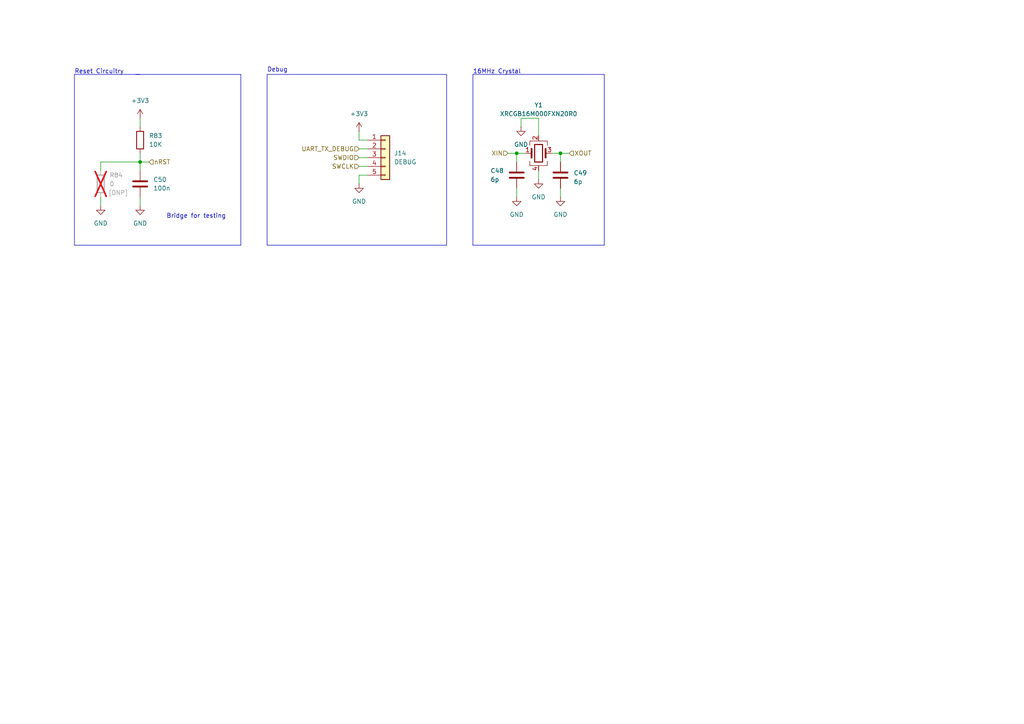
<source format=kicad_sch>
(kicad_sch (version 20250114) (generator "eeschema") (generator_version "9.0")
  (paper "A4")
  (lib_symbols
    (symbol "Connector_Generic:Conn_01x05" (pin_names (offset 1.016) (hide yes))
      (property "Reference" "J" (at 0 7.62 0))
      (property "Value" "Conn_01x05" (at 0 -7.62 0))
      (symbol "Conn_01x05_1_1"
        (rectangle (start -1.27 6.35) (end 1.27 -6.35) (stroke (width 0.254)) (fill (type background)))
        (rectangle (start -1.27 5.207) (end 0 4.953) (stroke (width 0.1524)))
        (rectangle (start -1.27 2.667) (end 0 2.413) (stroke (width 0.1524)))
        (rectangle (start -1.27 0.127) (end 0 -0.127) (stroke (width 0.1524)))
        (rectangle (start -1.27 -2.413) (end 0 -2.667) (stroke (width 0.1524)))
        (rectangle (start -1.27 -4.953) (end 0 -5.207) (stroke (width 0.1524)))
        (pin passive line (at -5.08 5.08 0) (length 3.81) (name "Pin_1") (number "1"))
        (pin passive line (at -5.08 2.54 0) (length 3.81) (name "Pin_2") (number "2"))
        (pin passive line (at -5.08 0 0) (length 3.81) (name "Pin_3") (number "3"))
        (pin passive line (at -5.08 -2.54 0) (length 3.81) (name "Pin_4") (number "4"))
        (pin passive line (at -5.08 -5.08 0) (length 3.81) (name "Pin_5") (number "5"))
      )
    )
    (symbol "Device:C" (pin_numbers (hide yes)) (pin_names (offset 0.254))
      (property "Reference" "C" (at 0.635 2.54 0))
      (property "Value" "C" (at 0.635 -2.54 0))
      (symbol "C_0_1"
        (polyline (pts (xy -2.032 0.762) (xy 2.032 0.762)) (stroke (width 0.508)))
        (polyline (pts (xy -2.032 -0.762) (xy 2.032 -0.762)) (stroke (width 0.508)))
      )
      (symbol "C_1_1"
        (pin passive line (at 0 3.81 270) (length 2.794) (name "~") (number "1"))
        (pin passive line (at 0 -3.81 90) (length 2.794) (name "~") (number "2"))
      )
    )
    (symbol "Device:Crystal_GND24" (pin_names (offset 1.016) (hide yes))
      (property "Reference" "Y" (at 3.175 5.08 0))
      (property "Value" "Crystal_GND24" (at 3.175 3.175 0))
      (symbol "Crystal_GND24_0_1"
        (polyline (pts (xy -2.54 2.286) (xy -2.54 3.556) (xy 2.54 3.556) (xy 2.54 2.286)))
        (polyline (pts (xy -2.54 0) (xy -2.032 0)))
        (polyline (pts (xy -2.54 -2.286) (xy -2.54 -3.556) (xy 2.54 -3.556) (xy 2.54 -2.286)))
        (polyline (pts (xy -2.032 -1.27) (xy -2.032 1.27)) (stroke (width 0.508)))
        (rectangle (start -1.143 2.54) (end 1.143 -2.54) (stroke (width 0.3048)))
        (polyline (pts (xy 0 3.556) (xy 0 3.81)))
        (polyline (pts (xy 0 -3.81) (xy 0 -3.556)))
        (polyline (pts (xy 2.032 0) (xy 2.54 0)))
        (polyline (pts (xy 2.032 -1.27) (xy 2.032 1.27)) (stroke (width 0.508)))
      )
      (symbol "Crystal_GND24_1_1"
        (pin passive line (at -3.81 0 0) (length 1.27) (name "1") (number "1"))
        (pin passive line (at 0 5.08 270) (length 1.27) (name "2") (number "2"))
        (pin passive line (at 0 -5.08 90) (length 1.27) (name "4") (number "4"))
        (pin passive line (at 3.81 0 180) (length 1.27) (name "3") (number "3"))
      )
    )
    (symbol "Device:R" (pin_numbers (hide yes)) (pin_names (offset 0))
      (property "Reference" "R" (at 2.032 0 90))
      (property "Value" "R" (at 0 0 90))
      (symbol "R_0_1"
        (rectangle (start -1.016 -2.54) (end 1.016 2.54) (stroke (width 0.254)))
      )
      (symbol "R_1_1"
        (pin passive line (at 0 3.81 270) (length 1.27) (name "~") (number "1"))
        (pin passive line (at 0 -3.81 90) (length 1.27) (name "~") (number "2"))
      )
    )
    (symbol "power:+3V3" (power) (pin_numbers (hide yes)) (pin_names (offset 0) (hide yes))
      (property "Value" "+3V3" (at 0 3.556 0))
      (symbol "+3V3_0_1"
        (polyline (pts (xy -0.762 1.27) (xy 0 2.54)))
        (polyline (pts (xy 0 2.54) (xy 0.762 1.27)))
        (polyline (pts (xy 0 0) (xy 0 2.54)))
      )
      (symbol "+3V3_1_1"
        (pin power_in line (at 0 0 90) (length 0) (name "~") (number "1"))
      )
    )
    (symbol "power:GND" (power) (pin_numbers (hide yes)) (pin_names (offset 0) (hide yes))
      (property "Value" "GND" (at 0 -3.81 0))
      (symbol "GND_0_1"
        (polyline (pts (xy 0 0) (xy 0 -1.27) (xy 1.27 -1.27) (xy 0 -2.54) (xy -1.27 -1.27) (xy 0 -1.27)))
      )
      (symbol "GND_1_1"
        (pin power_in line (at 0 0 270) (length 0) (name "~") (number "1"))
      )
    )
  )
  (rectangle (start 77.47 21.59) (end 129.54 71.12))
  (text "Reset Circuitry" (at 21.59 21.59 0) (effects (font (size 1.27 1.27)) (justify left bottom)))
  (text "Bridge for testing" (at 48.26 63.5 0) (effects (font (size 1.27 1.27)) (justify left bottom)))
  (text "16MHz Crystal" (at 137.16 21.59 0) (effects (font (size 1.27 1.27)) (justify left bottom)))
  (text "Debug" (at 77.47 20.32 0) (effects (font (size 1.27 1.27)) (justify left)))
  (junction (at 162.56 44.45) (diameter 0.9144))
  (junction (at 149.86 44.45))
  (junction (at 40.64 46.99))
  (wire (pts (xy 40.64 57.15) (xy 40.64 59.69)))
  (wire (pts (xy 104.14 43.18) (xy 106.68 43.18)))
  (wire (pts (xy 162.56 44.45) (xy 165.1 44.45)))
  (wire (pts (xy 104.14 50.8) (xy 106.68 50.8)))
  (polyline (pts (xy 21.59 71.12) (xy 21.59 21.59)))
  (polyline (pts (xy 21.59 21.59) (xy 40.64 21.59)))
  (wire (pts (xy 40.64 46.99) (xy 40.64 49.53)))
  (polyline (pts (xy 175.26 71.12) (xy 137.16 71.12)))
  (wire (pts (xy 104.14 40.64) (xy 106.68 40.64)))
  (wire (pts (xy 104.14 38.1) (xy 104.14 40.64)))
  (polyline (pts (xy 137.16 21.59) (xy 137.16 71.12)))
  (wire (pts (xy 104.14 45.72) (xy 106.68 45.72)))
  (wire (pts (xy 29.21 46.99) (xy 40.64 46.99)))
  (polyline (pts (xy 175.26 21.59) (xy 175.26 71.12)))
  (polyline (pts (xy 137.16 21.59) (xy 175.26 21.59)))
  (wire (pts (xy 40.64 34.29) (xy 40.64 36.83)))
  (wire (pts (xy 149.86 54.61) (xy 149.86 57.15)))
  (wire (pts (xy 151.13 36.83) (xy 151.13 34.29)))
  (wire (pts (xy 149.86 44.45) (xy 152.4 44.45)))
  (wire (pts (xy 29.21 57.15) (xy 29.21 59.69)))
  (polyline (pts (xy 69.85 21.59) (xy 69.85 71.12)))
  (wire (pts (xy 40.64 44.45) (xy 40.64 46.99)))
  (wire (pts (xy 156.21 49.53) (xy 156.21 52.07)))
  (wire (pts (xy 147.32 44.45) (xy 149.86 44.45)))
  (wire (pts (xy 151.13 34.29) (xy 156.21 34.29)))
  (polyline (pts (xy 69.85 71.12) (xy 21.59 71.12)))
  (wire (pts (xy 162.56 54.61) (xy 162.56 57.15)))
  (wire (pts (xy 162.56 44.45) (xy 160.02 44.45)))
  (wire (pts (xy 29.21 46.99) (xy 29.21 49.53)))
  (wire (pts (xy 162.56 46.99) (xy 162.56 44.45)))
  (polyline (pts (xy 39.37 21.59) (xy 69.85 21.59)))
  (wire (pts (xy 40.64 46.99) (xy 43.18 46.99)))
  (wire (pts (xy 104.14 48.26) (xy 106.68 48.26)))
  (wire (pts (xy 149.86 46.99) (xy 149.86 44.45)))
  (wire (pts (xy 104.14 53.34) (xy 104.14 50.8)))
  (wire (pts (xy 156.21 34.29) (xy 156.21 39.37)))
  (hierarchical_label "SWCLK" (shape input) (at 104.14 48.26 180))
  (hierarchical_label "XIN" (shape input) (at 147.32 44.45 180))
  (hierarchical_label "SWDIO" (shape input) (at 104.14 45.72 180))
  (hierarchical_label "nRST" (shape input) (at 43.18 46.99 0))
  (hierarchical_label "UART_TX_DEBUG" (shape input) (at 104.14 43.18 180))
  (hierarchical_label "XOUT" (shape input) (at 165.1 44.45 0))
  (symbol (lib_id "Device:R") (at 40.64 40.64 0) (unit 1)
    (property "Reference" "R83" (at 43.18 39.3699 0) (effects (justify left)))
    (property "Value" "10K" (at 43.18 41.9099 0) (effects (justify left)))
    (property "Footprint" "Resistor_SMD:R_0402_1005Metric" (effects (hide yes)))
    (property "Description" "Resistor" (effects (hide yes)))
    (property "LCSC" "C102690" (effects (hide yes)))
  )
  (symbol (lib_id "power:GND") (at 29.21 59.69 0) (unit 1)
    (property "Reference" "#PWR0171" (effects (hide yes)))
    (property "Value" "GND" (at 29.21 64.77 0))
    (property "Description" "Power symbol creates a global label with name \"GND\" , ground" (effects (hide yes)))
  )
  (symbol (lib_id "power:GND") (at 40.64 59.69 0) (unit 1)
    (property "Reference" "#PWR0172" (effects (hide yes)))
    (property "Value" "GND" (at 40.64 64.77 0))
    (property "Description" "Power symbol creates a global label with name \"GND\" , ground" (effects (hide yes)))
  )
  (symbol (lib_id "Device:C") (at 162.56 50.8 0) (unit 1)
    (property "Reference" "C49" (at 166.37 50.165 0) (effects (justify left)))
    (property "Value" "6p" (at 166.37 52.705 0) (effects (justify left)))
    (property "Footprint" "Capacitor_SMD:C_0402_1005Metric" (effects (hide yes)))
    (property "Description" "Unpolarized capacitor" (effects (hide yes)))
    (property "LCSC" "C466231" (effects (hide yes)))
  )
  (symbol (lib_id "Device:Crystal_GND24") (at 156.21 44.45 0) (unit 1)
    (property "Reference" "Y1" (at 156.21 30.48 0))
    (property "Value" "XRCGB16M000FXN20R0" (at 156.21 33.02 0))
    (property "Footprint" "Crystal:Crystal_SMD_2016-4Pin_2.0x1.6mm" (effects (hide yes)))
    (property "Description" "Four pin crystal, GND on pins 2 and 4" (effects (hide yes)))
    (property "LCSC" "C907977" (effects (hide yes)))
    (property "Part" "XRCGB16M000FXN20R0" (effects (hide yes)))
  )
  (symbol (lib_id "power:GND") (at 162.56 57.15 0) (unit 1)
    (property "Reference" "#PWR0170" (effects (hide yes)))
    (property "Value" "GND" (at 162.56 62.23 0))
    (property "Description" "Power symbol creates a global label with name \"GND\" , ground" (effects (hide yes)))
  )
  (symbol (lib_id "power:+3V3") (at 104.14 38.1 0) (unit 1)
    (property "Reference" "#PWR0166" (effects (hide yes)))
    (property "Value" "+3V3" (at 104.14 33.02 0))
    (property "Description" "Power symbol creates a global label with name \"+3V3\"" (effects (hide yes)))
  )
  (symbol (lib_id "Device:C") (at 149.86 50.8 0) (unit 1)
    (property "Reference" "C48" (at 142.24 49.53 0) (effects (justify left)))
    (property "Value" "6p" (at 142.24 52.07 0) (effects (justify left)))
    (property "Footprint" "Capacitor_SMD:C_0402_1005Metric" (effects (hide yes)))
    (property "Description" "Unpolarized capacitor" (effects (hide yes)))
    (property "LCSC" "C466231" (effects (hide yes)))
  )
  (symbol (lib_id "power:GND") (at 156.21 52.07 0) (unit 1)
    (property "Reference" "#PWR0167" (effects (hide yes)))
    (property "Value" "GND" (at 156.21 57.15 0))
    (property "Description" "Power symbol creates a global label with name \"GND\" , ground" (effects (hide yes)))
  )
  (symbol (lib_id "power:GND") (at 149.86 57.15 0) (unit 1)
    (property "Reference" "#PWR0169" (effects (hide yes)))
    (property "Value" "GND" (at 149.86 62.23 0))
    (property "Description" "Power symbol creates a global label with name \"GND\" , ground" (effects (hide yes)))
  )
  (symbol (lib_id "Device:R") (at 29.21 53.34 0) (unit 1) (in_bom no) (dnp yes)
    (property "Reference" "R84" (at 31.75 50.8 0) (effects (justify left)))
    (property "Value" "0" (at 31.75 53.34 0) (effects (justify left)))
    (property "Footprint" "Resistor_SMD:R_0402_1005Metric" (effects (hide yes)))
    (property "Description" "Resistor" (effects (hide yes)))
    (property "DNP" "[DNP]" (at 34.29 55.88 0))
  )
  (symbol (lib_id "Connector_Generic:Conn_01x05") (at 111.76 45.72 0) (unit 1) (in_bom no)
    (property "Reference" "J14" (at 114.3 44.4499 0) (effects (justify left)))
    (property "Value" "DEBUG" (at 114.3 46.9899 0) (effects (justify left)))
    (property "Footprint" "Connector_PinHeader_2.54mm:PinHeader_1x05_P2.54mm_Vertical" (effects (hide yes)))
    (property "Description" "Generic connector, single row, 01x05, script generated (kicad-library-utils/schlib/autogen/connector/)" (effects (hide yes)))
  )
  (symbol (lib_id "power:+3V3") (at 40.64 34.29 0) (unit 1)
    (property "Reference" "#PWR0164" (effects (hide yes)))
    (property "Value" "+3V3" (at 40.64 29.21 0))
    (property "Description" "Power symbol creates a global label with name \"+3V3\"" (effects (hide yes)))
  )
  (symbol (lib_id "power:GND") (at 104.14 53.34 0) (unit 1)
    (property "Reference" "#PWR0168" (effects (hide yes)))
    (property "Value" "GND" (at 104.14 58.42 0))
    (property "Description" "Power symbol creates a global label with name \"GND\" , ground" (effects (hide yes)))
  )
  (symbol (lib_id "power:GND") (at 151.13 36.83 0) (unit 1)
    (property "Reference" "#PWR0165" (effects (hide yes)))
    (property "Value" "GND" (at 151.13 41.91 0))
    (property "Description" "Power symbol creates a global label with name \"GND\" , ground" (effects (hide yes)))
  )
  (symbol (lib_id "Device:C") (at 40.64 53.34 0) (unit 1)
    (property "Reference" "C50" (at 44.45 52.07 0) (effects (justify left)))
    (property "Value" "100n" (at 44.45 54.61 0) (effects (justify left)))
    (property "Footprint" "Capacitor_SMD:C_0402_1005Metric" (effects (hide yes)))
    (property "Description" "Unpolarized capacitor" (effects (hide yes)))
    (property "LCSC" "C907967" (effects (hide yes)))
  )
)
</source>
